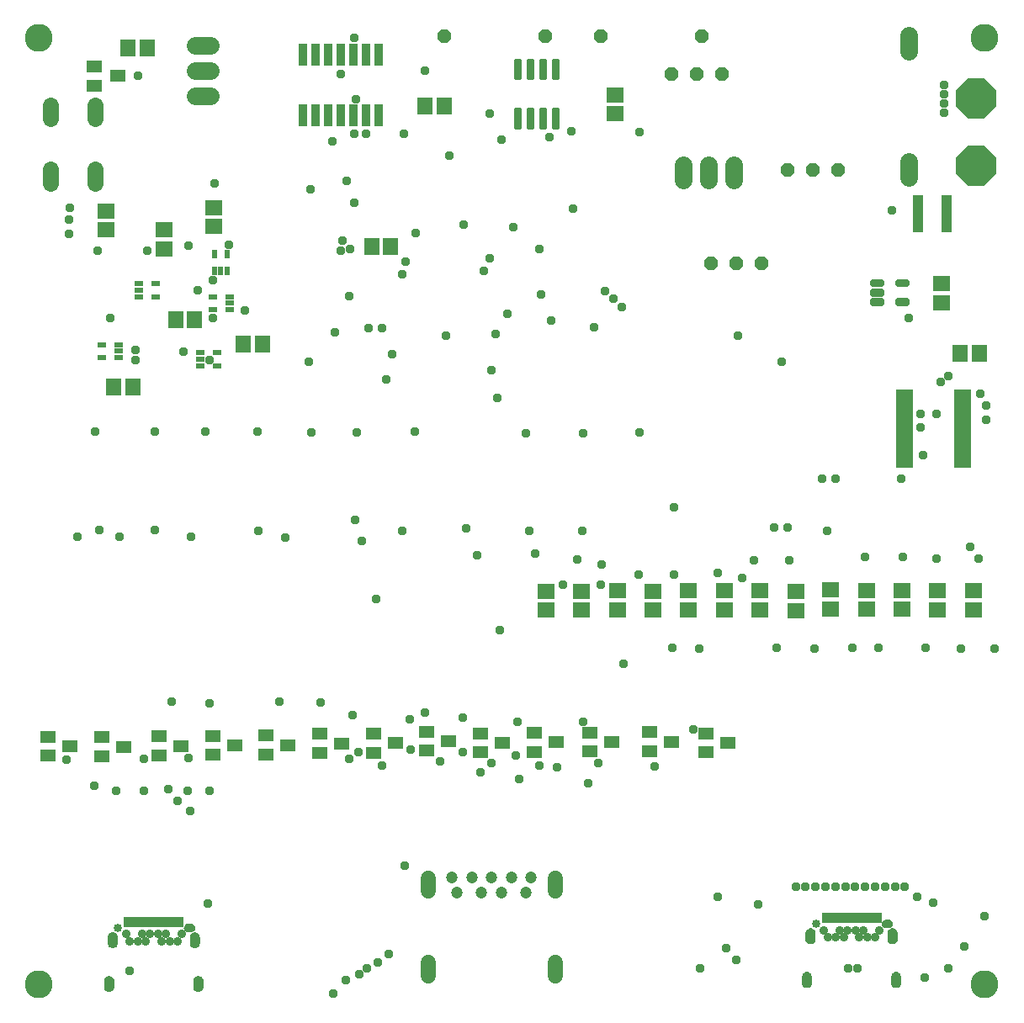
<source format=gbr>
G04 EAGLE Gerber RS-274X export*
G75*
%MOMM*%
%FSLAX34Y34*%
%LPD*%
%INSoldermask Top*%
%IPPOS*%
%AMOC8*
5,1,8,0,0,1.08239X$1,22.5*%
G01*
%ADD10C,2.803200*%
%ADD11P,1.451614X8X22.500000*%
%ADD12R,1.703200X1.503200*%
%ADD13R,1.503200X1.703200*%
%ADD14R,1.678200X0.653200*%
%ADD15R,0.903200X0.603200*%
%ADD16R,0.863600X2.235200*%
%ADD17R,0.603200X0.903200*%
%ADD18R,0.503200X1.103200*%
%ADD19C,0.903200*%
%ADD20C,0.853200*%
%ADD21R,1.603200X1.203200*%
%ADD22C,1.625600*%
%ADD23C,1.743200*%
%ADD24C,0.353406*%
%ADD25C,0.499716*%
%ADD26C,1.203200*%
%ADD27C,1.503200*%
%ADD28R,1.003200X3.703200*%
%ADD29C,1.767838*%
%ADD30P,4.343848X8X22.500000*%
%ADD31C,0.959600*%

G36*
X100018Y60176D02*
X100018Y60176D01*
X100024Y60182D01*
X100029Y60179D01*
X101086Y60549D01*
X101090Y60556D01*
X101096Y60553D01*
X102044Y61149D01*
X102047Y61157D01*
X102052Y61156D01*
X102844Y61948D01*
X102845Y61956D01*
X102851Y61956D01*
X103447Y62904D01*
X103446Y62913D01*
X103451Y62914D01*
X103821Y63971D01*
X103820Y63975D01*
X103822Y63977D01*
X103820Y63980D01*
X103824Y63982D01*
X103949Y65095D01*
X103947Y65098D01*
X103949Y65100D01*
X103949Y71100D01*
X103947Y71103D01*
X103949Y71106D01*
X103824Y72218D01*
X103818Y72224D01*
X103821Y72229D01*
X103451Y73286D01*
X103445Y73290D01*
X103447Y73296D01*
X102851Y74244D01*
X102843Y74247D01*
X102844Y74252D01*
X102052Y75044D01*
X102044Y75045D01*
X102044Y75051D01*
X101096Y75647D01*
X101087Y75646D01*
X101086Y75651D01*
X100029Y76021D01*
X100021Y76019D01*
X100018Y76024D01*
X98906Y76149D01*
X98898Y76145D01*
X98895Y76149D01*
X97782Y76024D01*
X97776Y76018D01*
X97771Y76021D01*
X96714Y75651D01*
X96710Y75645D01*
X96704Y75647D01*
X95756Y75051D01*
X95753Y75043D01*
X95748Y75044D01*
X94956Y74252D01*
X94955Y74244D01*
X94949Y74244D01*
X94353Y73296D01*
X94354Y73287D01*
X94349Y73286D01*
X93979Y72229D01*
X93981Y72221D01*
X93976Y72218D01*
X93851Y71106D01*
X93853Y71102D01*
X93851Y71100D01*
X93851Y65100D01*
X93853Y65097D01*
X93851Y65095D01*
X93976Y63982D01*
X93982Y63976D01*
X93979Y63971D01*
X94349Y62914D01*
X94356Y62910D01*
X94353Y62904D01*
X94949Y61956D01*
X94957Y61953D01*
X94956Y61948D01*
X95748Y61156D01*
X95756Y61155D01*
X95756Y61149D01*
X96704Y60553D01*
X96713Y60554D01*
X96714Y60549D01*
X97771Y60179D01*
X97779Y60181D01*
X97782Y60176D01*
X98895Y60051D01*
X98902Y60055D01*
X98906Y60051D01*
X100018Y60176D01*
G37*
G36*
X182618Y60176D02*
X182618Y60176D01*
X182624Y60182D01*
X182629Y60179D01*
X183686Y60549D01*
X183690Y60556D01*
X183696Y60553D01*
X184644Y61149D01*
X184647Y61157D01*
X184652Y61156D01*
X185444Y61948D01*
X185445Y61956D01*
X185451Y61956D01*
X186047Y62904D01*
X186046Y62913D01*
X186051Y62914D01*
X186421Y63971D01*
X186420Y63975D01*
X186422Y63977D01*
X186420Y63980D01*
X186424Y63982D01*
X186549Y65095D01*
X186547Y65098D01*
X186549Y65100D01*
X186549Y71100D01*
X186547Y71103D01*
X186549Y71106D01*
X186424Y72218D01*
X186418Y72224D01*
X186421Y72229D01*
X186051Y73286D01*
X186045Y73290D01*
X186047Y73296D01*
X185451Y74244D01*
X185443Y74247D01*
X185444Y74252D01*
X184652Y75044D01*
X184644Y75045D01*
X184644Y75051D01*
X183696Y75647D01*
X183687Y75646D01*
X183686Y75651D01*
X182629Y76021D01*
X182621Y76019D01*
X182618Y76024D01*
X181506Y76149D01*
X181498Y76145D01*
X181495Y76149D01*
X180382Y76024D01*
X180376Y76018D01*
X180371Y76021D01*
X179314Y75651D01*
X179310Y75645D01*
X179304Y75647D01*
X178356Y75051D01*
X178353Y75043D01*
X178348Y75044D01*
X177556Y74252D01*
X177555Y74244D01*
X177549Y74244D01*
X176953Y73296D01*
X176954Y73287D01*
X176949Y73286D01*
X176579Y72229D01*
X176581Y72221D01*
X176576Y72218D01*
X176451Y71106D01*
X176453Y71102D01*
X176451Y71100D01*
X176451Y65100D01*
X176453Y65097D01*
X176451Y65095D01*
X176576Y63982D01*
X176582Y63976D01*
X176579Y63971D01*
X176949Y62914D01*
X176956Y62910D01*
X176953Y62904D01*
X177549Y61956D01*
X177557Y61953D01*
X177556Y61948D01*
X178348Y61156D01*
X178356Y61155D01*
X178356Y61149D01*
X179304Y60553D01*
X179313Y60554D01*
X179314Y60549D01*
X180371Y60179D01*
X180379Y60181D01*
X180382Y60176D01*
X181495Y60051D01*
X181502Y60055D01*
X181506Y60051D01*
X182618Y60176D01*
G37*
G36*
X888318Y20176D02*
X888318Y20176D01*
X888324Y20182D01*
X888329Y20179D01*
X889386Y20549D01*
X889390Y20556D01*
X889396Y20553D01*
X890344Y21149D01*
X890347Y21157D01*
X890352Y21156D01*
X891144Y21948D01*
X891145Y21956D01*
X891151Y21956D01*
X891747Y22904D01*
X891746Y22913D01*
X891751Y22914D01*
X892121Y23971D01*
X892120Y23975D01*
X892122Y23977D01*
X892120Y23980D01*
X892124Y23982D01*
X892249Y25095D01*
X892247Y25098D01*
X892249Y25100D01*
X892249Y31100D01*
X892247Y31103D01*
X892249Y31106D01*
X892124Y32218D01*
X892118Y32224D01*
X892121Y32229D01*
X891751Y33286D01*
X891745Y33290D01*
X891747Y33296D01*
X891151Y34244D01*
X891143Y34247D01*
X891144Y34252D01*
X890352Y35044D01*
X890344Y35045D01*
X890344Y35051D01*
X889396Y35647D01*
X889387Y35646D01*
X889386Y35651D01*
X888329Y36021D01*
X888321Y36019D01*
X888318Y36024D01*
X887206Y36149D01*
X887198Y36145D01*
X887195Y36149D01*
X886082Y36024D01*
X886076Y36018D01*
X886071Y36021D01*
X885014Y35651D01*
X885010Y35645D01*
X885004Y35647D01*
X884056Y35051D01*
X884053Y35043D01*
X884048Y35044D01*
X883256Y34252D01*
X883255Y34244D01*
X883249Y34244D01*
X882653Y33296D01*
X882654Y33287D01*
X882649Y33286D01*
X882279Y32229D01*
X882281Y32221D01*
X882276Y32218D01*
X882151Y31106D01*
X882153Y31102D01*
X882151Y31100D01*
X882151Y25100D01*
X882153Y25097D01*
X882151Y25095D01*
X882276Y23982D01*
X882282Y23976D01*
X882279Y23971D01*
X882649Y22914D01*
X882656Y22910D01*
X882653Y22904D01*
X883249Y21956D01*
X883257Y21953D01*
X883256Y21948D01*
X884048Y21156D01*
X884056Y21155D01*
X884056Y21149D01*
X885004Y20553D01*
X885013Y20554D01*
X885014Y20549D01*
X886071Y20179D01*
X886079Y20181D01*
X886082Y20176D01*
X887195Y20051D01*
X887202Y20055D01*
X887206Y20051D01*
X888318Y20176D01*
G37*
G36*
X798518Y20176D02*
X798518Y20176D01*
X798524Y20182D01*
X798529Y20179D01*
X799586Y20549D01*
X799590Y20556D01*
X799596Y20553D01*
X800544Y21149D01*
X800547Y21157D01*
X800552Y21156D01*
X801344Y21948D01*
X801345Y21956D01*
X801351Y21956D01*
X801947Y22904D01*
X801946Y22913D01*
X801951Y22914D01*
X802321Y23971D01*
X802320Y23975D01*
X802322Y23977D01*
X802320Y23980D01*
X802324Y23982D01*
X802449Y25095D01*
X802447Y25098D01*
X802449Y25100D01*
X802449Y31100D01*
X802447Y31103D01*
X802449Y31106D01*
X802324Y32218D01*
X802318Y32224D01*
X802321Y32229D01*
X801951Y33286D01*
X801945Y33290D01*
X801947Y33296D01*
X801351Y34244D01*
X801343Y34247D01*
X801344Y34252D01*
X800552Y35044D01*
X800544Y35045D01*
X800544Y35051D01*
X799596Y35647D01*
X799587Y35646D01*
X799586Y35651D01*
X798529Y36021D01*
X798521Y36019D01*
X798518Y36024D01*
X797406Y36149D01*
X797398Y36145D01*
X797395Y36149D01*
X796282Y36024D01*
X796276Y36018D01*
X796271Y36021D01*
X795214Y35651D01*
X795210Y35645D01*
X795204Y35647D01*
X794256Y35051D01*
X794253Y35043D01*
X794248Y35044D01*
X793456Y34252D01*
X793455Y34244D01*
X793449Y34244D01*
X792853Y33296D01*
X792854Y33287D01*
X792849Y33286D01*
X792479Y32229D01*
X792481Y32221D01*
X792476Y32218D01*
X792351Y31106D01*
X792353Y31102D01*
X792351Y31100D01*
X792351Y25100D01*
X792353Y25097D01*
X792351Y25095D01*
X792476Y23982D01*
X792482Y23976D01*
X792479Y23971D01*
X792849Y22914D01*
X792856Y22910D01*
X792853Y22904D01*
X793449Y21956D01*
X793457Y21953D01*
X793456Y21948D01*
X794248Y21156D01*
X794256Y21155D01*
X794256Y21149D01*
X795204Y20553D01*
X795213Y20554D01*
X795214Y20549D01*
X796271Y20179D01*
X796279Y20181D01*
X796282Y20176D01*
X797395Y20051D01*
X797402Y20055D01*
X797406Y20051D01*
X798518Y20176D01*
G37*
G36*
X186218Y16176D02*
X186218Y16176D01*
X186224Y16182D01*
X186229Y16179D01*
X187286Y16549D01*
X187290Y16556D01*
X187296Y16553D01*
X188244Y17149D01*
X188247Y17157D01*
X188252Y17156D01*
X189044Y17948D01*
X189045Y17956D01*
X189051Y17956D01*
X189647Y18904D01*
X189646Y18913D01*
X189651Y18914D01*
X190021Y19971D01*
X190020Y19975D01*
X190022Y19977D01*
X190020Y19980D01*
X190024Y19982D01*
X190149Y21095D01*
X190147Y21098D01*
X190149Y21100D01*
X190149Y27100D01*
X190147Y27103D01*
X190149Y27106D01*
X190024Y28218D01*
X190018Y28224D01*
X190021Y28229D01*
X189651Y29286D01*
X189645Y29290D01*
X189647Y29296D01*
X189051Y30244D01*
X189043Y30247D01*
X189044Y30252D01*
X188252Y31044D01*
X188244Y31045D01*
X188244Y31051D01*
X187296Y31647D01*
X187287Y31646D01*
X187286Y31651D01*
X186229Y32021D01*
X186221Y32019D01*
X186218Y32024D01*
X185106Y32149D01*
X185098Y32145D01*
X185095Y32149D01*
X183982Y32024D01*
X183976Y32018D01*
X183971Y32021D01*
X182914Y31651D01*
X182910Y31645D01*
X182904Y31647D01*
X181956Y31051D01*
X181953Y31043D01*
X181948Y31044D01*
X181156Y30252D01*
X181155Y30244D01*
X181149Y30244D01*
X180553Y29296D01*
X180554Y29287D01*
X180549Y29286D01*
X180179Y28229D01*
X180181Y28221D01*
X180176Y28218D01*
X180051Y27106D01*
X180053Y27102D01*
X180051Y27100D01*
X180051Y21100D01*
X180053Y21097D01*
X180051Y21095D01*
X180176Y19982D01*
X180182Y19976D01*
X180179Y19971D01*
X180549Y18914D01*
X180556Y18910D01*
X180553Y18904D01*
X181149Y17956D01*
X181157Y17953D01*
X181156Y17948D01*
X181948Y17156D01*
X181956Y17155D01*
X181956Y17149D01*
X182904Y16553D01*
X182913Y16554D01*
X182914Y16549D01*
X183971Y16179D01*
X183979Y16181D01*
X183982Y16176D01*
X185095Y16051D01*
X185102Y16055D01*
X185106Y16051D01*
X186218Y16176D01*
G37*
G36*
X96418Y16176D02*
X96418Y16176D01*
X96424Y16182D01*
X96429Y16179D01*
X97486Y16549D01*
X97490Y16556D01*
X97496Y16553D01*
X98444Y17149D01*
X98447Y17157D01*
X98452Y17156D01*
X99244Y17948D01*
X99245Y17956D01*
X99251Y17956D01*
X99847Y18904D01*
X99846Y18913D01*
X99851Y18914D01*
X100221Y19971D01*
X100220Y19975D01*
X100222Y19977D01*
X100220Y19980D01*
X100224Y19982D01*
X100349Y21095D01*
X100347Y21098D01*
X100349Y21100D01*
X100349Y27100D01*
X100347Y27103D01*
X100349Y27106D01*
X100224Y28218D01*
X100218Y28224D01*
X100221Y28229D01*
X99851Y29286D01*
X99845Y29290D01*
X99847Y29296D01*
X99251Y30244D01*
X99243Y30247D01*
X99244Y30252D01*
X98452Y31044D01*
X98444Y31045D01*
X98444Y31051D01*
X97496Y31647D01*
X97487Y31646D01*
X97486Y31651D01*
X96429Y32021D01*
X96421Y32019D01*
X96418Y32024D01*
X95306Y32149D01*
X95298Y32145D01*
X95295Y32149D01*
X94182Y32024D01*
X94176Y32018D01*
X94171Y32021D01*
X93114Y31651D01*
X93110Y31645D01*
X93104Y31647D01*
X92156Y31051D01*
X92153Y31043D01*
X92148Y31044D01*
X91356Y30252D01*
X91355Y30244D01*
X91349Y30244D01*
X90753Y29296D01*
X90754Y29287D01*
X90749Y29286D01*
X90379Y28229D01*
X90381Y28221D01*
X90376Y28218D01*
X90251Y27106D01*
X90253Y27102D01*
X90251Y27100D01*
X90251Y21100D01*
X90253Y21097D01*
X90251Y21095D01*
X90376Y19982D01*
X90382Y19976D01*
X90379Y19971D01*
X90749Y18914D01*
X90756Y18910D01*
X90753Y18904D01*
X91349Y17956D01*
X91357Y17953D01*
X91356Y17948D01*
X92148Y17156D01*
X92156Y17155D01*
X92156Y17149D01*
X93104Y16553D01*
X93113Y16554D01*
X93114Y16549D01*
X94171Y16179D01*
X94179Y16181D01*
X94182Y16176D01*
X95295Y16051D01*
X95302Y16055D01*
X95306Y16051D01*
X96418Y16176D01*
G37*
G36*
X884718Y64176D02*
X884718Y64176D01*
X884724Y64182D01*
X884729Y64179D01*
X885786Y64549D01*
X885790Y64556D01*
X885796Y64553D01*
X886744Y65149D01*
X886747Y65157D01*
X886752Y65156D01*
X887544Y65948D01*
X887545Y65956D01*
X887551Y65956D01*
X888147Y66904D01*
X888146Y66913D01*
X888151Y66914D01*
X888521Y67971D01*
X888520Y67975D01*
X888522Y67977D01*
X888520Y67980D01*
X888524Y67982D01*
X888649Y69095D01*
X888647Y69098D01*
X888649Y69100D01*
X888649Y75100D01*
X888647Y75103D01*
X888649Y75106D01*
X888524Y76218D01*
X888518Y76224D01*
X888521Y76229D01*
X888151Y77286D01*
X888145Y77290D01*
X888147Y77296D01*
X887551Y78244D01*
X887543Y78247D01*
X887544Y78252D01*
X886752Y79044D01*
X886744Y79045D01*
X886744Y79051D01*
X885796Y79647D01*
X885787Y79646D01*
X885786Y79651D01*
X884729Y80021D01*
X884721Y80019D01*
X884718Y80024D01*
X883606Y80149D01*
X883598Y80145D01*
X883595Y80149D01*
X882482Y80024D01*
X882476Y80018D01*
X882471Y80021D01*
X881414Y79651D01*
X881410Y79645D01*
X881404Y79647D01*
X880456Y79051D01*
X880453Y79043D01*
X880448Y79044D01*
X879656Y78252D01*
X879655Y78244D01*
X879649Y78244D01*
X879053Y77296D01*
X879054Y77287D01*
X879049Y77286D01*
X878679Y76229D01*
X878681Y76221D01*
X878676Y76218D01*
X878551Y75106D01*
X878553Y75102D01*
X878551Y75100D01*
X878551Y69100D01*
X878553Y69097D01*
X878551Y69095D01*
X878676Y67982D01*
X878682Y67976D01*
X878679Y67971D01*
X879049Y66914D01*
X879056Y66910D01*
X879053Y66904D01*
X879649Y65956D01*
X879657Y65953D01*
X879656Y65948D01*
X880448Y65156D01*
X880456Y65155D01*
X880456Y65149D01*
X881404Y64553D01*
X881413Y64554D01*
X881414Y64549D01*
X882471Y64179D01*
X882479Y64181D01*
X882482Y64176D01*
X883595Y64051D01*
X883602Y64055D01*
X883606Y64051D01*
X884718Y64176D01*
G37*
G36*
X802118Y64176D02*
X802118Y64176D01*
X802124Y64182D01*
X802129Y64179D01*
X803186Y64549D01*
X803190Y64556D01*
X803196Y64553D01*
X804144Y65149D01*
X804147Y65157D01*
X804152Y65156D01*
X804944Y65948D01*
X804945Y65956D01*
X804951Y65956D01*
X805547Y66904D01*
X805546Y66913D01*
X805551Y66914D01*
X805921Y67971D01*
X805920Y67975D01*
X805922Y67977D01*
X805920Y67980D01*
X805924Y67982D01*
X806049Y69095D01*
X806047Y69098D01*
X806049Y69100D01*
X806049Y75100D01*
X806047Y75103D01*
X806049Y75106D01*
X805924Y76218D01*
X805918Y76224D01*
X805921Y76229D01*
X805551Y77286D01*
X805545Y77290D01*
X805547Y77296D01*
X804951Y78244D01*
X804943Y78247D01*
X804944Y78252D01*
X804152Y79044D01*
X804144Y79045D01*
X804144Y79051D01*
X803196Y79647D01*
X803187Y79646D01*
X803186Y79651D01*
X802129Y80021D01*
X802121Y80019D01*
X802118Y80024D01*
X801006Y80149D01*
X800998Y80145D01*
X800995Y80149D01*
X799882Y80024D01*
X799876Y80018D01*
X799871Y80021D01*
X798814Y79651D01*
X798810Y79645D01*
X798804Y79647D01*
X797856Y79051D01*
X797853Y79043D01*
X797848Y79044D01*
X797056Y78252D01*
X797055Y78244D01*
X797049Y78244D01*
X796453Y77296D01*
X796454Y77287D01*
X796449Y77286D01*
X796079Y76229D01*
X796081Y76221D01*
X796076Y76218D01*
X795951Y75106D01*
X795953Y75102D01*
X795951Y75100D01*
X795951Y69100D01*
X795953Y69097D01*
X795951Y69095D01*
X796076Y67982D01*
X796082Y67976D01*
X796079Y67971D01*
X796449Y66914D01*
X796456Y66910D01*
X796453Y66904D01*
X797049Y65956D01*
X797057Y65953D01*
X797056Y65948D01*
X797848Y65156D01*
X797856Y65155D01*
X797856Y65149D01*
X798804Y64553D01*
X798813Y64554D01*
X798814Y64549D01*
X799871Y64179D01*
X799879Y64181D01*
X799882Y64176D01*
X800995Y64051D01*
X801002Y64055D01*
X801006Y64051D01*
X802118Y64176D01*
G37*
G36*
X879803Y80203D02*
X879803Y80203D01*
X879806Y80201D01*
X880751Y80308D01*
X880757Y80313D01*
X880762Y80310D01*
X881660Y80624D01*
X881665Y80631D01*
X881670Y80629D01*
X882476Y81136D01*
X882479Y81143D01*
X882485Y81142D01*
X883158Y81815D01*
X883159Y81823D01*
X883164Y81824D01*
X883671Y82630D01*
X883670Y82638D01*
X883676Y82640D01*
X883990Y83538D01*
X883987Y83546D01*
X883992Y83549D01*
X884099Y84495D01*
X884095Y84502D01*
X884099Y84506D01*
X883992Y85451D01*
X883987Y85457D01*
X883990Y85462D01*
X883676Y86360D01*
X883669Y86365D01*
X883671Y86370D01*
X883164Y87176D01*
X883157Y87179D01*
X883158Y87185D01*
X882485Y87858D01*
X882477Y87859D01*
X882476Y87864D01*
X881670Y88371D01*
X881662Y88370D01*
X881660Y88376D01*
X880762Y88690D01*
X880754Y88687D01*
X880751Y88692D01*
X879806Y88799D01*
X879802Y88797D01*
X879800Y88799D01*
X876800Y88799D01*
X876797Y88797D01*
X876795Y88799D01*
X875849Y88692D01*
X875843Y88687D01*
X875838Y88690D01*
X874940Y88376D01*
X874935Y88369D01*
X874930Y88371D01*
X874124Y87864D01*
X874121Y87857D01*
X874115Y87858D01*
X873442Y87185D01*
X873441Y87177D01*
X873436Y87176D01*
X872929Y86370D01*
X872930Y86362D01*
X872924Y86360D01*
X872610Y85462D01*
X872613Y85454D01*
X872608Y85451D01*
X872501Y84506D01*
X872505Y84499D01*
X872504Y84499D01*
X872505Y84498D01*
X872501Y84495D01*
X872608Y83549D01*
X872613Y83543D01*
X872610Y83538D01*
X872924Y82640D01*
X872931Y82635D01*
X872929Y82630D01*
X873436Y81824D01*
X873443Y81821D01*
X873442Y81815D01*
X874115Y81142D01*
X874123Y81141D01*
X874124Y81136D01*
X874930Y80629D01*
X874938Y80630D01*
X874940Y80624D01*
X875838Y80310D01*
X875846Y80313D01*
X875849Y80308D01*
X876795Y80201D01*
X876798Y80203D01*
X876800Y80201D01*
X879800Y80201D01*
X879803Y80203D01*
G37*
G36*
X177703Y76203D02*
X177703Y76203D01*
X177706Y76201D01*
X178651Y76308D01*
X178657Y76313D01*
X178662Y76310D01*
X179560Y76624D01*
X179565Y76631D01*
X179570Y76629D01*
X180376Y77136D01*
X180379Y77143D01*
X180385Y77142D01*
X181058Y77815D01*
X181059Y77823D01*
X181064Y77824D01*
X181571Y78630D01*
X181570Y78638D01*
X181576Y78640D01*
X181890Y79538D01*
X181887Y79546D01*
X181892Y79549D01*
X181999Y80495D01*
X181995Y80502D01*
X181999Y80506D01*
X181892Y81451D01*
X181887Y81457D01*
X181890Y81462D01*
X181576Y82360D01*
X181569Y82365D01*
X181571Y82370D01*
X181064Y83176D01*
X181057Y83179D01*
X181058Y83185D01*
X180385Y83858D01*
X180377Y83859D01*
X180376Y83864D01*
X179570Y84371D01*
X179562Y84370D01*
X179560Y84376D01*
X178662Y84690D01*
X178654Y84687D01*
X178651Y84692D01*
X177706Y84799D01*
X177702Y84797D01*
X177700Y84799D01*
X174700Y84799D01*
X174697Y84797D01*
X174695Y84799D01*
X173749Y84692D01*
X173743Y84687D01*
X173738Y84690D01*
X172840Y84376D01*
X172835Y84369D01*
X172830Y84371D01*
X172024Y83864D01*
X172021Y83857D01*
X172015Y83858D01*
X171342Y83185D01*
X171341Y83177D01*
X171336Y83176D01*
X170829Y82370D01*
X170830Y82362D01*
X170824Y82360D01*
X170510Y81462D01*
X170513Y81454D01*
X170508Y81451D01*
X170401Y80506D01*
X170405Y80499D01*
X170404Y80499D01*
X170405Y80498D01*
X170401Y80495D01*
X170508Y79549D01*
X170513Y79543D01*
X170510Y79538D01*
X170824Y78640D01*
X170831Y78635D01*
X170829Y78630D01*
X171336Y77824D01*
X171343Y77821D01*
X171342Y77815D01*
X172015Y77142D01*
X172023Y77141D01*
X172024Y77136D01*
X172830Y76629D01*
X172838Y76630D01*
X172840Y76624D01*
X173738Y76310D01*
X173746Y76313D01*
X173749Y76308D01*
X174695Y76201D01*
X174698Y76203D01*
X174700Y76201D01*
X177700Y76201D01*
X177703Y76203D01*
G37*
D10*
X24000Y976000D03*
X24000Y24000D03*
X976000Y24000D03*
X976000Y976000D03*
D11*
X701100Y749500D03*
X751900Y749500D03*
X726500Y749500D03*
D12*
X932800Y728600D03*
X932800Y709600D03*
X200800Y786400D03*
X200800Y805400D03*
D13*
X181100Y692800D03*
X162100Y692800D03*
X413400Y907200D03*
X432400Y907200D03*
X378600Y765800D03*
X359600Y765800D03*
X119100Y624800D03*
X100100Y624800D03*
D11*
X778200Y843100D03*
X829000Y843100D03*
X803600Y843100D03*
D12*
X604300Y899800D03*
X604300Y918800D03*
D11*
X660800Y940000D03*
X711600Y940000D03*
X686200Y940000D03*
D12*
X91700Y801700D03*
X91700Y782700D03*
X150300Y763800D03*
X150300Y782800D03*
D13*
X970600Y658700D03*
X951600Y658700D03*
D14*
X895420Y618550D03*
X895420Y612050D03*
X895420Y605550D03*
X895420Y599050D03*
X895420Y592550D03*
X895420Y586050D03*
X895420Y579550D03*
X895420Y573050D03*
X895420Y566550D03*
X895420Y560050D03*
X895420Y553550D03*
X895420Y547050D03*
X954180Y547050D03*
X954180Y553550D03*
X954180Y560050D03*
X954180Y566550D03*
X954180Y573050D03*
X954180Y579550D03*
X954180Y586050D03*
X954180Y592550D03*
X954180Y599050D03*
X954180Y605550D03*
X954180Y612050D03*
X954180Y618550D03*
D15*
X104800Y654300D03*
X104800Y660800D03*
X104800Y667300D03*
X87800Y667300D03*
X87800Y654300D03*
D16*
X366300Y959534D03*
X366300Y898066D03*
X353600Y959534D03*
X340900Y959534D03*
X353600Y898066D03*
X340900Y898066D03*
X328200Y959534D03*
X328200Y898066D03*
X315500Y959534D03*
X302800Y959534D03*
X315500Y898066D03*
X302800Y898066D03*
X290100Y959534D03*
X290100Y898066D03*
D15*
X187000Y659100D03*
X187000Y652600D03*
X187000Y646100D03*
X204000Y646100D03*
X204000Y659100D03*
X125200Y728500D03*
X125200Y722000D03*
X125200Y715500D03*
X142200Y715500D03*
X142200Y728500D03*
D17*
X201100Y741200D03*
X207600Y741200D03*
X214100Y741200D03*
X214100Y758200D03*
X201100Y758200D03*
D15*
X216800Y702700D03*
X216800Y709200D03*
X216800Y715700D03*
X199800Y715700D03*
X199800Y702700D03*
D18*
X112700Y86100D03*
X117700Y86100D03*
X122700Y86100D03*
X127700Y86100D03*
X132700Y86100D03*
X137700Y86100D03*
X142700Y86100D03*
X147700Y86100D03*
X152700Y86100D03*
X157700Y86100D03*
X162700Y86100D03*
X167700Y86100D03*
D19*
X168200Y74000D03*
X164200Y67000D03*
X156200Y67000D03*
X152200Y74000D03*
X148200Y67000D03*
X144200Y74000D03*
X136200Y74000D03*
X132200Y67000D03*
X128200Y74000D03*
X124200Y67000D03*
X116200Y67000D03*
X112200Y74000D03*
D20*
X176200Y80500D03*
X104200Y80500D03*
D18*
X814800Y90100D03*
X819800Y90100D03*
X824800Y90100D03*
X829800Y90100D03*
X834800Y90100D03*
X839800Y90100D03*
X844800Y90100D03*
X849800Y90100D03*
X854800Y90100D03*
X859800Y90100D03*
X864800Y90100D03*
X869800Y90100D03*
D19*
X870300Y78000D03*
X866300Y71000D03*
X858300Y71000D03*
X854300Y78000D03*
X850300Y71000D03*
X846300Y78000D03*
X838300Y78000D03*
X834300Y71000D03*
X830300Y78000D03*
X826300Y71000D03*
X818300Y71000D03*
X814300Y78000D03*
D20*
X878300Y84500D03*
X806300Y84500D03*
D21*
X33500Y272500D03*
X33500Y253500D03*
X55500Y263000D03*
X523100Y276600D03*
X523100Y257600D03*
X545100Y267100D03*
X579100Y276900D03*
X579100Y257900D03*
X601100Y267400D03*
X639100Y277200D03*
X639100Y258200D03*
X661100Y267700D03*
X87500Y272200D03*
X87500Y253200D03*
X109500Y262700D03*
X695500Y276300D03*
X695500Y257300D03*
X717500Y266800D03*
X145500Y273100D03*
X145500Y254100D03*
X167500Y263600D03*
X199500Y273400D03*
X199500Y254400D03*
X221500Y263900D03*
X253100Y273900D03*
X253100Y254900D03*
X275100Y264400D03*
X307100Y275600D03*
X307100Y256600D03*
X329100Y266100D03*
X361100Y275700D03*
X361100Y256700D03*
X383100Y266200D03*
X415100Y278000D03*
X415100Y259000D03*
X437100Y268500D03*
X469100Y276300D03*
X469100Y257300D03*
X491100Y266800D03*
D11*
X432200Y978000D03*
X533800Y978000D03*
D12*
X750200Y419800D03*
X750200Y400800D03*
X786700Y418800D03*
X786700Y399800D03*
X821400Y420500D03*
X821400Y401500D03*
X857900Y420000D03*
X857900Y401000D03*
X893100Y420000D03*
X893100Y401000D03*
X929000Y419700D03*
X929000Y400700D03*
D11*
X589700Y977500D03*
X691300Y977500D03*
D12*
X964700Y419600D03*
X964700Y400600D03*
D13*
X133500Y965700D03*
X114500Y965700D03*
D12*
X535300Y419200D03*
X535300Y400200D03*
X570900Y419200D03*
X570900Y400200D03*
X606500Y419500D03*
X606500Y400500D03*
X642200Y419400D03*
X642200Y400400D03*
X678200Y419800D03*
X678200Y400800D03*
X714100Y419600D03*
X714100Y400600D03*
D22*
X81506Y894500D02*
X81506Y908724D01*
X36294Y908724D02*
X36294Y894500D01*
X81506Y843700D02*
X81506Y829476D01*
X36294Y829476D02*
X36294Y843700D01*
D23*
X723400Y848200D02*
X723400Y832800D01*
X698000Y832800D02*
X698000Y848200D01*
X672600Y848200D02*
X672600Y832800D01*
X197200Y917300D02*
X181800Y917300D01*
X181800Y942700D02*
X197200Y942700D01*
X197200Y968100D02*
X181800Y968100D01*
D21*
X103900Y937700D03*
X79900Y928200D03*
X79900Y947200D03*
D24*
X508599Y903899D02*
X508599Y885701D01*
X504101Y885701D01*
X504101Y903899D01*
X508599Y903899D01*
X508599Y889058D02*
X504101Y889058D01*
X504101Y892415D02*
X508599Y892415D01*
X508599Y895772D02*
X504101Y895772D01*
X504101Y899129D02*
X508599Y899129D01*
X508599Y902486D02*
X504101Y902486D01*
X521299Y903899D02*
X521299Y885701D01*
X516801Y885701D01*
X516801Y903899D01*
X521299Y903899D01*
X521299Y889058D02*
X516801Y889058D01*
X516801Y892415D02*
X521299Y892415D01*
X521299Y895772D02*
X516801Y895772D01*
X516801Y899129D02*
X521299Y899129D01*
X521299Y902486D02*
X516801Y902486D01*
X533999Y903899D02*
X533999Y885701D01*
X529501Y885701D01*
X529501Y903899D01*
X533999Y903899D01*
X533999Y889058D02*
X529501Y889058D01*
X529501Y892415D02*
X533999Y892415D01*
X533999Y895772D02*
X529501Y895772D01*
X529501Y899129D02*
X533999Y899129D01*
X533999Y902486D02*
X529501Y902486D01*
X546699Y903899D02*
X546699Y885701D01*
X542201Y885701D01*
X542201Y903899D01*
X546699Y903899D01*
X546699Y889058D02*
X542201Y889058D01*
X542201Y892415D02*
X546699Y892415D01*
X546699Y895772D02*
X542201Y895772D01*
X542201Y899129D02*
X546699Y899129D01*
X546699Y902486D02*
X542201Y902486D01*
X546699Y935101D02*
X546699Y953299D01*
X546699Y935101D02*
X542201Y935101D01*
X542201Y953299D01*
X546699Y953299D01*
X546699Y938458D02*
X542201Y938458D01*
X542201Y941815D02*
X546699Y941815D01*
X546699Y945172D02*
X542201Y945172D01*
X542201Y948529D02*
X546699Y948529D01*
X546699Y951886D02*
X542201Y951886D01*
X533999Y953299D02*
X533999Y935101D01*
X529501Y935101D01*
X529501Y953299D01*
X533999Y953299D01*
X533999Y938458D02*
X529501Y938458D01*
X529501Y941815D02*
X533999Y941815D01*
X533999Y945172D02*
X529501Y945172D01*
X529501Y948529D02*
X533999Y948529D01*
X533999Y951886D02*
X529501Y951886D01*
X521299Y953299D02*
X521299Y935101D01*
X516801Y935101D01*
X516801Y953299D01*
X521299Y953299D01*
X521299Y938458D02*
X516801Y938458D01*
X516801Y941815D02*
X521299Y941815D01*
X521299Y945172D02*
X516801Y945172D01*
X516801Y948529D02*
X521299Y948529D01*
X521299Y951886D02*
X516801Y951886D01*
X508599Y953299D02*
X508599Y935101D01*
X504101Y935101D01*
X504101Y953299D01*
X508599Y953299D01*
X508599Y938458D02*
X504101Y938458D01*
X504101Y941815D02*
X508599Y941815D01*
X508599Y945172D02*
X504101Y945172D01*
X504101Y948529D02*
X508599Y948529D01*
X508599Y951886D02*
X504101Y951886D01*
D25*
X863582Y727732D02*
X872718Y727732D01*
X863582Y727732D02*
X863582Y730668D01*
X872718Y730668D01*
X872718Y727732D01*
X872718Y718232D02*
X863582Y718232D01*
X863582Y721168D01*
X872718Y721168D01*
X872718Y718232D01*
X872718Y708732D02*
X863582Y708732D01*
X863582Y711668D01*
X872718Y711668D01*
X872718Y708732D01*
X888682Y708732D02*
X897818Y708732D01*
X888682Y708732D02*
X888682Y711668D01*
X897818Y711668D01*
X897818Y708732D01*
X897818Y727732D02*
X888682Y727732D01*
X888682Y730668D01*
X897818Y730668D01*
X897818Y727732D01*
D26*
X445000Y116250D03*
X470000Y116250D03*
X490000Y116250D03*
X515000Y116250D03*
X520000Y131250D03*
X500000Y131250D03*
X480000Y131250D03*
X460000Y131250D03*
X440000Y131250D03*
D27*
X416000Y130250D02*
X416000Y117250D01*
X544000Y117250D02*
X544000Y130250D01*
X416000Y45250D02*
X416000Y32250D01*
X544000Y32250D02*
X544000Y45250D01*
D13*
X230500Y668000D03*
X249500Y668000D03*
D28*
X937850Y799200D03*
X909350Y799200D03*
D29*
X899600Y835877D02*
X899600Y851523D01*
X899600Y962877D02*
X899600Y978523D01*
D30*
X967400Y847600D03*
X967400Y915000D03*
D31*
X891800Y532600D03*
X393200Y750600D03*
X337200Y716600D03*
X391800Y879800D03*
X437600Y857800D03*
X413000Y943400D03*
X55400Y805400D03*
X55200Y793000D03*
X55200Y779200D03*
X174800Y767400D03*
X201200Y829400D03*
X935600Y928400D03*
X935600Y919200D03*
X935400Y909800D03*
X935200Y900800D03*
X81400Y580200D03*
X141600Y580200D03*
X191800Y580200D03*
X244400Y579800D03*
X299000Y579400D03*
X344200Y579400D03*
X403000Y579800D03*
X515000Y578600D03*
X572400Y577800D03*
X629000Y579400D03*
X523600Y457000D03*
X566600Y451000D03*
X591000Y446200D03*
X454400Y482200D03*
X349800Y469600D03*
X272600Y473200D03*
X177600Y473800D03*
X63200Y474400D03*
X106000Y473800D03*
X343000Y490600D03*
X594400Y721000D03*
X603000Y713800D03*
X611400Y705400D03*
X583400Y684800D03*
X812400Y532600D03*
X825800Y532400D03*
X777800Y483600D03*
X764600Y483200D03*
X392800Y143200D03*
X116000Y37400D03*
X80400Y223400D03*
X157800Y308000D03*
X196600Y306000D03*
X266400Y307800D03*
X308000Y307200D03*
X340400Y294400D03*
X194400Y104600D03*
X628600Y881400D03*
X612600Y346200D03*
X662200Y362000D03*
X689200Y361600D03*
X766600Y362000D03*
X732000Y432200D03*
X805000Y361800D03*
X843000Y362200D03*
X869200Y362200D03*
X952200Y361800D03*
X917000Y362200D03*
X986600Y361200D03*
X682800Y279800D03*
X644200Y242600D03*
X571800Y287800D03*
X587000Y246000D03*
X577400Y226200D03*
X545800Y242000D03*
X505800Y287800D03*
X508200Y230400D03*
X451200Y292400D03*
X413400Y296800D03*
X154400Y219800D03*
X176800Y198200D03*
X129800Y250200D03*
X175200Y251600D03*
X164200Y208600D03*
X504800Y254000D03*
X839200Y39400D03*
X848400Y39400D03*
X450800Y257000D03*
X398800Y260000D03*
X346000Y257200D03*
X374000Y632000D03*
X330000Y772000D03*
X184000Y722000D03*
X298000Y824000D03*
X390000Y480000D03*
X398000Y290000D03*
X338000Y764000D03*
X490000Y874000D03*
X486000Y614000D03*
X562000Y804000D03*
X560000Y882000D03*
X728000Y676000D03*
X664000Y504000D03*
X84000Y762000D03*
X134000Y762000D03*
X200000Y694000D03*
X96000Y694000D03*
X124000Y938000D03*
X390000Y738000D03*
X882600Y802600D03*
X342000Y880000D03*
X496000Y698000D03*
X538000Y876000D03*
X530000Y718000D03*
X216000Y768000D03*
X328000Y940000D03*
X484000Y678000D03*
X480000Y642000D03*
X354000Y880000D03*
X320000Y872000D03*
X404000Y780000D03*
X914000Y556000D03*
X772000Y650000D03*
X940000Y636000D03*
X370000Y684000D03*
X502000Y786000D03*
X196000Y652000D03*
X972000Y618000D03*
X380000Y658000D03*
X356000Y684000D03*
X170000Y660000D03*
X528000Y764000D03*
X434000Y676000D03*
X932000Y630000D03*
X540000Y692000D03*
X478000Y754000D03*
X342000Y810000D03*
X928000Y598000D03*
X472000Y742000D03*
X334000Y832000D03*
X342000Y976000D03*
X478000Y900000D03*
X900000Y694000D03*
X322000Y680000D03*
X122000Y662000D03*
X122000Y652000D03*
X344000Y914000D03*
X328000Y762000D03*
X232000Y702000D03*
X200000Y732000D03*
X452000Y788000D03*
X912000Y584000D03*
X978000Y592000D03*
X912000Y598000D03*
X978000Y606000D03*
X962000Y464000D03*
X296000Y650000D03*
X52000Y250000D03*
X102000Y218000D03*
X130000Y218000D03*
X480000Y246000D03*
X174000Y218000D03*
X196000Y218000D03*
X336600Y250800D03*
X370000Y244000D03*
X428000Y248000D03*
X528000Y244000D03*
X571000Y480000D03*
X377000Y54000D03*
X518000Y480000D03*
X366000Y46000D03*
X364000Y411000D03*
X355000Y40000D03*
X347000Y34000D03*
X245300Y480300D03*
X333000Y28000D03*
X141500Y480500D03*
X321000Y14000D03*
X85500Y480500D03*
X896000Y122000D03*
X786000Y122000D03*
X796000Y122000D03*
X806000Y122000D03*
X866000Y122000D03*
X816000Y122000D03*
X826000Y122000D03*
X836000Y122000D03*
X846000Y122000D03*
X856000Y122000D03*
X876000Y122000D03*
X886000Y122000D03*
X976000Y92000D03*
X708000Y112000D03*
X552000Y426000D03*
X970000Y452000D03*
X956000Y62000D03*
X928000Y452000D03*
X940000Y40000D03*
X894000Y454000D03*
X924000Y106000D03*
X664000Y436000D03*
X856000Y454000D03*
X916000Y30000D03*
X818000Y480000D03*
X908000Y112000D03*
X780000Y450000D03*
X744000Y450000D03*
X708000Y438000D03*
X748000Y104000D03*
X726000Y48000D03*
X628000Y436000D03*
X716000Y60000D03*
X590000Y426000D03*
X690000Y40000D03*
X488000Y380000D03*
X465200Y455800D03*
X468600Y237000D03*
M02*

</source>
